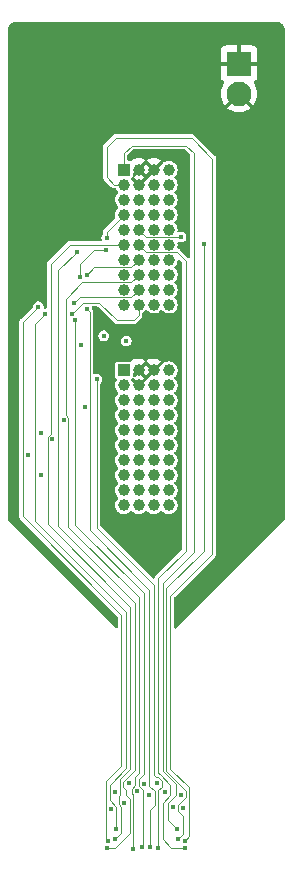
<source format=gbr>
%TF.GenerationSoftware,KiCad,Pcbnew,(6.0.0)*%
%TF.CreationDate,2022-08-13T16:18:09-04:00*%
%TF.ProjectId,eib-24-nanoz-adapter,6569622d-3234-42d6-9e61-6e6f7a2d6164,A*%
%TF.SameCoordinates,Original*%
%TF.FileFunction,Copper,L2,Inr*%
%TF.FilePolarity,Positive*%
%FSLAX46Y46*%
G04 Gerber Fmt 4.6, Leading zero omitted, Abs format (unit mm)*
G04 Created by KiCad (PCBNEW (6.0.0)) date 2022-08-13 16:18:09*
%MOMM*%
%LPD*%
G01*
G04 APERTURE LIST*
%TA.AperFunction,ComponentPad*%
%ADD10C,2.100000*%
%TD*%
%TA.AperFunction,ComponentPad*%
%ADD11R,2.100000X2.100000*%
%TD*%
%TA.AperFunction,ComponentPad*%
%ADD12R,0.990000X0.990000*%
%TD*%
%TA.AperFunction,ComponentPad*%
%ADD13C,0.990000*%
%TD*%
%TA.AperFunction,ViaPad*%
%ADD14C,0.400000*%
%TD*%
%TA.AperFunction,Conductor*%
%ADD15C,0.120000*%
%TD*%
%TA.AperFunction,Conductor*%
%ADD16C,0.090000*%
%TD*%
G04 APERTURE END LIST*
D10*
%TO.N,/REF*%
%TO.C,J1*%
X147850000Y-97870000D03*
D11*
X147850000Y-95330000D03*
%TD*%
D12*
%TO.N,/E13*%
%TO.C,J4*%
X138095000Y-121285000D03*
D13*
%TO.N,/E15*%
X138095000Y-122555000D03*
%TO.N,/E17*%
X138095000Y-123825000D03*
%TO.N,/E19*%
X138095000Y-125095000D03*
%TO.N,/E21*%
X138095000Y-126365000D03*
%TO.N,/E23*%
X138095000Y-127635000D03*
%TO.N,unconnected-(J4-PadA7)*%
X138095000Y-128905000D03*
%TO.N,unconnected-(J4-PadA8)*%
X138095000Y-130175000D03*
%TO.N,unconnected-(J4-PadA9)*%
X138095000Y-131445000D03*
%TO.N,unconnected-(J4-PadA10)*%
X138095000Y-132715000D03*
%TO.N,/REF*%
X139365000Y-121285000D03*
X139365000Y-122555000D03*
%TO.N,unconnected-(J4-PadB3)*%
X139365000Y-123825000D03*
%TO.N,unconnected-(J4-PadB4)*%
X139365000Y-125095000D03*
%TO.N,/E20*%
X139365000Y-126365000D03*
%TO.N,/E22*%
X139365000Y-127635000D03*
%TO.N,unconnected-(J4-PadB7)*%
X139365000Y-128905000D03*
%TO.N,unconnected-(J4-PadB8)*%
X139365000Y-130175000D03*
%TO.N,unconnected-(J4-PadB9)*%
X139365000Y-131445000D03*
%TO.N,unconnected-(J4-PadB10)*%
X139365000Y-132715000D03*
%TO.N,/REF*%
X140635000Y-121285000D03*
%TO.N,unconnected-(J4-PadC2)*%
X140635000Y-122555000D03*
%TO.N,unconnected-(J4-PadC3)*%
X140635000Y-123825000D03*
%TO.N,unconnected-(J4-PadC4)*%
X140635000Y-125095000D03*
%TO.N,unconnected-(J4-PadC5)*%
X140635000Y-126365000D03*
%TO.N,unconnected-(J4-PadC6)*%
X140635000Y-127635000D03*
%TO.N,unconnected-(J4-PadC7)*%
X140635000Y-128905000D03*
%TO.N,unconnected-(J4-PadC8)*%
X140635000Y-130175000D03*
%TO.N,unconnected-(J4-PadC9)*%
X140635000Y-131445000D03*
%TO.N,unconnected-(J4-PadC10)*%
X140635000Y-132715000D03*
%TO.N,unconnected-(J4-PadD1)*%
X141905000Y-121285000D03*
%TO.N,unconnected-(J4-PadD2)*%
X141905000Y-122555000D03*
%TO.N,unconnected-(J4-PadD3)*%
X141905000Y-123825000D03*
%TO.N,unconnected-(J4-PadD4)*%
X141905000Y-125095000D03*
%TO.N,unconnected-(J4-PadD5)*%
X141905000Y-126365000D03*
%TO.N,unconnected-(J4-PadD6)*%
X141905000Y-127635000D03*
%TO.N,unconnected-(J4-PadD7)*%
X141905000Y-128905000D03*
%TO.N,unconnected-(J4-PadD8)*%
X141905000Y-130175000D03*
%TO.N,unconnected-(J4-PadD9)*%
X141905000Y-131445000D03*
%TO.N,unconnected-(J4-PadD10)*%
X141905000Y-132715000D03*
%TD*%
%TO.N,unconnected-(J3-PadD10)*%
%TO.C,J3*%
X141905000Y-115715000D03*
%TO.N,unconnected-(J3-PadD9)*%
X141905000Y-114445000D03*
%TO.N,unconnected-(J3-PadD8)*%
X141905000Y-113175000D03*
%TO.N,unconnected-(J3-PadD7)*%
X141905000Y-111905000D03*
%TO.N,unconnected-(J3-PadD6)*%
X141905000Y-110635000D03*
%TO.N,unconnected-(J3-PadD5)*%
X141905000Y-109365000D03*
%TO.N,unconnected-(J3-PadD4)*%
X141905000Y-108095000D03*
%TO.N,unconnected-(J3-PadD3)*%
X141905000Y-106825000D03*
%TO.N,unconnected-(J3-PadD2)*%
X141905000Y-105555000D03*
%TO.N,unconnected-(J3-PadD1)*%
X141905000Y-104285000D03*
%TO.N,unconnected-(J3-PadC10)*%
X140635000Y-115715000D03*
%TO.N,unconnected-(J3-PadC9)*%
X140635000Y-114445000D03*
%TO.N,unconnected-(J3-PadC8)*%
X140635000Y-113175000D03*
%TO.N,unconnected-(J3-PadC7)*%
X140635000Y-111905000D03*
%TO.N,unconnected-(J3-PadC6)*%
X140635000Y-110635000D03*
%TO.N,unconnected-(J3-PadC5)*%
X140635000Y-109365000D03*
%TO.N,unconnected-(J3-PadC4)*%
X140635000Y-108095000D03*
%TO.N,unconnected-(J3-PadC3)*%
X140635000Y-106825000D03*
%TO.N,unconnected-(J3-PadC2)*%
X140635000Y-105555000D03*
%TO.N,/REF*%
X140635000Y-104285000D03*
%TO.N,/E11*%
X139365000Y-115715000D03*
%TO.N,/E9*%
X139365000Y-114445000D03*
%TO.N,/E7*%
X139365000Y-113175000D03*
%TO.N,/E5*%
X139365000Y-111905000D03*
%TO.N,/E3*%
X139365000Y-110635000D03*
%TO.N,/E1*%
X139365000Y-109365000D03*
%TO.N,unconnected-(J3-PadB4)*%
X139365000Y-108095000D03*
%TO.N,unconnected-(J3-PadB3)*%
X139365000Y-106825000D03*
%TO.N,/REF*%
X139365000Y-105555000D03*
X139365000Y-104285000D03*
%TO.N,/E18*%
X138095000Y-115715000D03*
%TO.N,/E16*%
X138095000Y-114445000D03*
%TO.N,/E14*%
X138095000Y-113175000D03*
%TO.N,/E12*%
X138095000Y-111905000D03*
%TO.N,/E10*%
X138095000Y-110635000D03*
%TO.N,/E8*%
X138095000Y-109365000D03*
%TO.N,/E6*%
X138095000Y-108095000D03*
%TO.N,/E4*%
X138095000Y-106825000D03*
%TO.N,/E2*%
X138095000Y-105555000D03*
D12*
%TO.N,/E0*%
X138095000Y-104285000D03*
%TD*%
D14*
%TO.N,/E4*%
X135800000Y-122050000D03*
%TO.N,/E17*%
X134800000Y-124400000D03*
%TO.N,/E19*%
X133000000Y-125450000D03*
%TO.N,/E22*%
X131100000Y-130150000D03*
%TO.N,/E20*%
X132050000Y-127100000D03*
%TO.N,/E21*%
X131050000Y-126550000D03*
%TO.N,/E23*%
X130000000Y-128450000D03*
%TO.N,/E11*%
X131450000Y-116500000D03*
X133700000Y-116500000D03*
%TO.N,/E9*%
X130850000Y-115900000D03*
X133850000Y-115600000D03*
%TO.N,/E6*%
X134000000Y-117000000D03*
X134350000Y-113400000D03*
X136600000Y-111100000D03*
X136650000Y-110050000D03*
%TO.N,/E18*%
X134450000Y-119150000D03*
X136400000Y-118350000D03*
%TO.N,/E5*%
X134950000Y-116100000D03*
X134950000Y-113200000D03*
%TO.N,/E8*%
X134100000Y-111250000D03*
%TO.N,/E1*%
X144850000Y-110550000D03*
X142950000Y-110000000D03*
%TO.N,/E13*%
X138300000Y-118800000D03*
%TO.N,/E21*%
X137350000Y-156950000D03*
%TO.N,/E16*%
X140900000Y-156200000D03*
%TO.N,/E12*%
X143150000Y-158350000D03*
%TO.N,/E13*%
X142250000Y-158250000D03*
%TO.N,/E14*%
X142950000Y-157250000D03*
%TO.N,/E15*%
X141600000Y-157000000D03*
%TO.N,/E17*%
X140250000Y-157250000D03*
%TO.N,/E18*%
X139800000Y-156300000D03*
%TO.N,/E19*%
X139200000Y-156900000D03*
%TO.N,/E20*%
X138500000Y-156250000D03*
%TO.N,/E22*%
X138150000Y-157900000D03*
%TO.N,/E23*%
X137050000Y-158400000D03*
%TO.N,/E5*%
X140300000Y-161600000D03*
%TO.N,/E3*%
X143300000Y-161700000D03*
%TO.N,/E6*%
X139600000Y-161600000D03*
%TO.N,/E8*%
X136700000Y-161700000D03*
%TO.N,/E9*%
X136800000Y-161100000D03*
%TO.N,/E4*%
X141000000Y-161700000D03*
%TO.N,/E2*%
X143300000Y-161100000D03*
%TO.N,/E1*%
X142700000Y-161000000D03*
%TO.N,/E0*%
X142590774Y-160117244D03*
%TO.N,/E7*%
X138900000Y-161800000D03*
%TO.N,/E10*%
X137370000Y-161000000D03*
%TO.N,/E11*%
X137435748Y-160118888D03*
%TD*%
D15*
%TO.N,/E11*%
X138300000Y-141750000D02*
X138300000Y-154950000D01*
X130600000Y-134050000D02*
X138300000Y-141750000D01*
X130600000Y-117350000D02*
X130600000Y-134050000D01*
X131450000Y-116500000D02*
X130600000Y-117350000D01*
%TO.N,/E9*%
X129550000Y-117200000D02*
X130850000Y-115900000D01*
X129550000Y-133650000D02*
X129550000Y-117200000D01*
X137900000Y-142000000D02*
X129550000Y-133650000D01*
X137900000Y-154750000D02*
X137900000Y-142000000D01*
%TO.N,/E4*%
X135800000Y-134600000D02*
X135800000Y-122050000D01*
X140650000Y-139450000D02*
X135800000Y-134600000D01*
X140650000Y-155550000D02*
X140650000Y-139450000D01*
%TO.N,/E5*%
X135209501Y-116359501D02*
X134950000Y-116100000D01*
X135209501Y-134809501D02*
X135209501Y-116359501D01*
X140250000Y-139850000D02*
X135209501Y-134809501D01*
X140250000Y-155750000D02*
X140250000Y-139850000D01*
%TO.N,/E7*%
X133409501Y-134509501D02*
X139400000Y-140500000D01*
X133409501Y-125280378D02*
X133409501Y-134509501D01*
X133190499Y-125061376D02*
X133409501Y-125280378D01*
X139400000Y-140500000D02*
X139400000Y-155350000D01*
X133190499Y-115209501D02*
X133190499Y-125061376D01*
X139400000Y-155350000D02*
X139049999Y-155700001D01*
X137510479Y-113810479D02*
X134589521Y-113810479D01*
X134589521Y-113810479D02*
X133190499Y-115209501D01*
%TO.N,/E10*%
X133565000Y-110635000D02*
X138095000Y-110635000D01*
X131900000Y-112300000D02*
X133565000Y-110635000D01*
X131640499Y-126930378D02*
X131900000Y-126670877D01*
X131900000Y-126670877D02*
X131900000Y-112300000D01*
X138650000Y-141300000D02*
X131640499Y-134290499D01*
X131640499Y-134290499D02*
X131640499Y-126930378D01*
X138650000Y-155050000D02*
X138650000Y-141300000D01*
%TO.N,/E11*%
X134650000Y-115550000D02*
X133700000Y-116500000D01*
X136000000Y-115550000D02*
X134650000Y-115550000D01*
X137500000Y-117050000D02*
X136000000Y-115550000D01*
X139365000Y-116635000D02*
X138950000Y-117050000D01*
X138950000Y-117050000D02*
X137500000Y-117050000D01*
X139365000Y-115715000D02*
X139365000Y-116635000D01*
%TO.N,/E6*%
X134000000Y-134350000D02*
X134000000Y-117000000D01*
X139800000Y-140150000D02*
X134000000Y-134350000D01*
X139800000Y-155450000D02*
X139800000Y-140150000D01*
X136600000Y-111100000D02*
X135550000Y-111100000D01*
X134350000Y-112300000D02*
X134350000Y-113400000D01*
X135550000Y-111100000D02*
X134350000Y-112300000D01*
%TO.N,/E8*%
X132550000Y-112800000D02*
X134100000Y-111250000D01*
X139050000Y-140950000D02*
X132550000Y-134450000D01*
X132550000Y-134450000D02*
X132550000Y-112800000D01*
X139050000Y-155100000D02*
X139050000Y-140950000D01*
%TO.N,/E9*%
X134350000Y-115100000D02*
X133850000Y-115600000D01*
X137600000Y-115100000D02*
X134350000Y-115100000D01*
%TO.N,/E6*%
X136650000Y-109540000D02*
X136650000Y-110050000D01*
X138095000Y-108095000D02*
X136650000Y-109540000D01*
%TO.N,/E5*%
X137050000Y-112550000D02*
X135600000Y-112550000D01*
X135600000Y-112550000D02*
X134950000Y-113200000D01*
D16*
%TO.N,/E7*%
X138729521Y-113810479D02*
X137510479Y-113810479D01*
%TO.N,/E5*%
X137059521Y-112540479D02*
X137050000Y-112550000D01*
X138729521Y-112540479D02*
X137059521Y-112540479D01*
X139365000Y-111905000D02*
X138729521Y-112540479D01*
%TO.N,/E9*%
X137620479Y-115079521D02*
X137600000Y-115100000D01*
X139365000Y-114445000D02*
X138730479Y-115079521D01*
X138730479Y-115079521D02*
X137620479Y-115079521D01*
%TO.N,/E7*%
X139365000Y-113175000D02*
X138729521Y-113810479D01*
D15*
%TO.N,/E2*%
X137255000Y-105555000D02*
X138095000Y-105555000D01*
X136650000Y-104950000D02*
X137255000Y-105555000D01*
X137400000Y-101600000D02*
X136650000Y-102350000D01*
X145600000Y-103350000D02*
X143850000Y-101600000D01*
X143850000Y-101600000D02*
X137400000Y-101600000D01*
X136650000Y-102350000D02*
X136650000Y-104950000D01*
X142050000Y-140400000D02*
X145600000Y-136850000D01*
X142050000Y-155000000D02*
X142050000Y-140400000D01*
X145600000Y-136850000D02*
X145600000Y-103350000D01*
%TO.N,/E0*%
X138095000Y-102905000D02*
X138095000Y-104285000D01*
X143350000Y-102250000D02*
X138750000Y-102250000D01*
X138750000Y-102250000D02*
X138095000Y-102905000D01*
X144000000Y-136700000D02*
X144000000Y-102900000D01*
X141400000Y-139300000D02*
X144000000Y-136700000D01*
X141400000Y-155200000D02*
X141400000Y-139300000D01*
X144000000Y-102900000D02*
X143350000Y-102250000D01*
D16*
%TO.N,/E1*%
X140000000Y-110000000D02*
X142950000Y-110000000D01*
X139365000Y-109365000D02*
X140000000Y-110000000D01*
D15*
X144850000Y-136600000D02*
X144850000Y-110550000D01*
X141700000Y-139750000D02*
X144850000Y-136600000D01*
X141700000Y-155200000D02*
X141700000Y-139750000D01*
%TO.N,/E3*%
X143350000Y-112000000D02*
X142619521Y-111269521D01*
X142619521Y-111269521D02*
X142580479Y-111269521D01*
D16*
X139999521Y-111269521D02*
X142580479Y-111269521D01*
X139365000Y-110635000D02*
X139999521Y-111269521D01*
D15*
X143350000Y-136550000D02*
X143350000Y-112000000D01*
X141000000Y-138900000D02*
X143350000Y-136550000D01*
D16*
%TO.N,/E10*%
X137650000Y-157350000D02*
X137650000Y-158000000D01*
X137650000Y-158000000D02*
X137900000Y-158250000D01*
X137900000Y-158250000D02*
X137900000Y-160450000D01*
X137900000Y-160450000D02*
X137370000Y-160980000D01*
X137800000Y-157200000D02*
X137650000Y-157350000D01*
X137370000Y-160980000D02*
X137370000Y-161000000D01*
X138650000Y-155050000D02*
X137800000Y-155900000D01*
X137800000Y-155900000D02*
X137800000Y-157200000D01*
D15*
%TO.N,/E3*%
X141000000Y-155350000D02*
X141000000Y-138900000D01*
X141129511Y-155479511D02*
X141000000Y-155350000D01*
D16*
%TO.N,/E4*%
X140825000Y-155725000D02*
X140650000Y-155550000D01*
X141025000Y-155725000D02*
X140825000Y-155725000D01*
X141320489Y-156020489D02*
X141025000Y-155725000D01*
%TO.N,/E8*%
X138025000Y-156125000D02*
X139050000Y-155100000D01*
X138300000Y-156850000D02*
X138025000Y-156575000D01*
X138625000Y-157575000D02*
X138300000Y-157250000D01*
X138025000Y-156575000D02*
X138025000Y-156125000D01*
X137350000Y-161700000D02*
X138625000Y-160425000D01*
X138625000Y-160425000D02*
X138625000Y-157575000D01*
X136700000Y-161700000D02*
X137350000Y-161700000D01*
X138300000Y-157250000D02*
X138300000Y-156850000D01*
%TO.N,/E7*%
X139050000Y-156400000D02*
X139049999Y-155700001D01*
X138750000Y-156700000D02*
X139050000Y-156400000D01*
X138750000Y-157100000D02*
X138750000Y-156700000D01*
X138900000Y-157250000D02*
X138750000Y-157100000D01*
X138900000Y-161800000D02*
X138900000Y-157250000D01*
%TO.N,/E6*%
X139750000Y-156850000D02*
X139350000Y-156450000D01*
X139350000Y-156450000D02*
X139350000Y-155900000D01*
X139350000Y-155900000D02*
X139800000Y-155450000D01*
X139750000Y-161450000D02*
X139750000Y-156850000D01*
X139600000Y-161600000D02*
X139750000Y-161450000D01*
%TO.N,/E3*%
X142050000Y-156400000D02*
X141129511Y-155479511D01*
X141400000Y-157900000D02*
X142050000Y-157250000D01*
X141400000Y-161000000D02*
X141400000Y-157900000D01*
X142100000Y-161700000D02*
X141400000Y-161000000D01*
X143300000Y-161700000D02*
X142100000Y-161700000D01*
X142050000Y-157250000D02*
X142050000Y-156400000D01*
%TO.N,/E4*%
X141320489Y-156529511D02*
X141000000Y-156850000D01*
X141320489Y-156020489D02*
X141320489Y-156529511D01*
X141000000Y-161700000D02*
X141000000Y-156850000D01*
%TO.N,/E2*%
X142050000Y-155000000D02*
X143650000Y-156600000D01*
%TO.N,/E1*%
X141700000Y-155200000D02*
X143400000Y-156900000D01*
%TO.N,/E0*%
X141400000Y-155200000D02*
X142500000Y-156300000D01*
%TO.N,/E5*%
X140250000Y-156450000D02*
X140250000Y-155750000D01*
%TO.N,/E9*%
X136600000Y-160900000D02*
X136600000Y-156050000D01*
X136600000Y-156050000D02*
X137900000Y-154750000D01*
%TO.N,/E11*%
X136900000Y-157650000D02*
X136900000Y-156350000D01*
X136900000Y-156350000D02*
X138300000Y-154950000D01*
%TO.N,/E2*%
X143650000Y-160750000D02*
X143650000Y-156600000D01*
%TO.N,/E0*%
X142500000Y-157000000D02*
X142500000Y-156300000D01*
X142501933Y-157001933D02*
X142500000Y-157000000D01*
%TO.N,/E11*%
X137470489Y-160084147D02*
X137470489Y-158220489D01*
X137435748Y-160118888D02*
X137470489Y-160084147D01*
X137470489Y-158220489D02*
X136900000Y-157650000D01*
%TO.N,/E5*%
X140700000Y-156900000D02*
X140250000Y-156450000D01*
X140700000Y-158100000D02*
X140700000Y-156900000D01*
X140300000Y-158500000D02*
X140700000Y-158100000D01*
X140300000Y-161600000D02*
X140300000Y-158500000D01*
%TO.N,/E1*%
X143400000Y-157350000D02*
X143400000Y-156900000D01*
X143350000Y-157400000D02*
X143400000Y-157350000D01*
X143344501Y-157405499D02*
X143350000Y-157400000D01*
X143344501Y-157413409D02*
X143344501Y-157405499D01*
%TO.N,/E0*%
X142501933Y-157248067D02*
X142501933Y-157001933D01*
X141855499Y-157894501D02*
X142501933Y-157248067D01*
X141855499Y-159381969D02*
X141855499Y-157894501D01*
X142590774Y-160117244D02*
X141855499Y-159381969D01*
%TO.N,/E9*%
X136800000Y-161100000D02*
X136600000Y-160900000D01*
%TO.N,/E1*%
X142700000Y-158057910D02*
X143344501Y-157413409D01*
X143150000Y-160550000D02*
X143150000Y-159050000D01*
X142700000Y-161000000D02*
X143150000Y-160550000D01*
X143150000Y-159050000D02*
X142700000Y-158600000D01*
X142700000Y-158600000D02*
X142700000Y-158057910D01*
%TO.N,/E2*%
X143300000Y-161100000D02*
X143650000Y-160750000D01*
%TD*%
%TA.AperFunction,Conductor*%
%TO.N,/REF*%
G36*
X150984938Y-91751902D02*
G01*
X151000000Y-91754898D01*
X151009562Y-91752996D01*
X151019315Y-91752996D01*
X151019315Y-91753639D01*
X151031086Y-91753062D01*
X151106345Y-91760474D01*
X151136614Y-91763455D01*
X151155646Y-91767241D01*
X151277683Y-91804260D01*
X151295609Y-91811685D01*
X151408080Y-91871802D01*
X151424214Y-91882583D01*
X151522796Y-91963487D01*
X151536513Y-91977204D01*
X151617416Y-92075784D01*
X151628197Y-92091918D01*
X151639217Y-92112534D01*
X151688314Y-92204388D01*
X151695740Y-92222317D01*
X151720474Y-92303852D01*
X151732759Y-92344352D01*
X151736545Y-92363387D01*
X151746938Y-92468914D01*
X151746361Y-92480685D01*
X151747004Y-92480685D01*
X151747004Y-92490438D01*
X151745102Y-92500000D01*
X151747004Y-92509562D01*
X151748098Y-92515062D01*
X151750000Y-92534376D01*
X151750000Y-133855438D01*
X151731093Y-133913629D01*
X151721004Y-133925442D01*
X142529504Y-143116943D01*
X142474987Y-143144720D01*
X142414555Y-143135149D01*
X142371290Y-143091884D01*
X142360500Y-143046939D01*
X142360500Y-140569621D01*
X142379407Y-140511430D01*
X142389496Y-140499617D01*
X145780367Y-137108746D01*
X145783732Y-137105842D01*
X145788334Y-137103592D01*
X145823116Y-137066097D01*
X145825692Y-137063421D01*
X145839975Y-137049138D01*
X145842556Y-137045377D01*
X145842700Y-137045203D01*
X145846253Y-137041156D01*
X145867000Y-137018790D01*
X145871546Y-137007397D01*
X145881857Y-136988086D01*
X145883620Y-136985515D01*
X145883620Y-136985514D01*
X145888792Y-136977975D01*
X145895203Y-136950962D01*
X145899575Y-136937139D01*
X145907273Y-136917844D01*
X145907273Y-136917843D01*
X145909862Y-136911354D01*
X145910500Y-136904847D01*
X145910500Y-136898092D01*
X145913175Y-136875232D01*
X145913391Y-136874324D01*
X145913391Y-136874322D01*
X145915501Y-136865431D01*
X145911404Y-136835328D01*
X145910500Y-136821977D01*
X145910500Y-103405428D01*
X145910826Y-103400988D01*
X145912489Y-103396145D01*
X145910570Y-103345023D01*
X145910500Y-103341309D01*
X145910500Y-103321124D01*
X145909664Y-103316633D01*
X145909642Y-103316400D01*
X145909293Y-103311009D01*
X145908493Y-103289692D01*
X145908150Y-103280555D01*
X145903310Y-103269289D01*
X145896943Y-103248334D01*
X145896372Y-103245270D01*
X145894699Y-103236285D01*
X145880135Y-103212657D01*
X145873451Y-103199790D01*
X145865249Y-103180700D01*
X145862490Y-103174278D01*
X145858340Y-103169226D01*
X145853559Y-103164445D01*
X145839289Y-103146391D01*
X145834004Y-103137818D01*
X145826731Y-103132288D01*
X145826727Y-103132283D01*
X145809825Y-103119431D01*
X145799745Y-103110631D01*
X144108746Y-101419633D01*
X144105842Y-101416268D01*
X144103592Y-101411666D01*
X144066097Y-101376884D01*
X144063421Y-101374308D01*
X144049138Y-101360025D01*
X144045377Y-101357444D01*
X144045203Y-101357300D01*
X144041156Y-101353747D01*
X144018790Y-101333000D01*
X144010300Y-101329613D01*
X144010299Y-101329612D01*
X144007397Y-101328454D01*
X143988086Y-101318143D01*
X143985515Y-101316380D01*
X143985514Y-101316380D01*
X143977975Y-101311208D01*
X143950962Y-101304797D01*
X143937139Y-101300425D01*
X143917844Y-101292727D01*
X143917843Y-101292727D01*
X143911354Y-101290138D01*
X143904847Y-101289500D01*
X143898091Y-101289500D01*
X143875231Y-101286825D01*
X143874323Y-101286609D01*
X143874321Y-101286609D01*
X143865430Y-101284499D01*
X143836488Y-101288438D01*
X143835327Y-101288596D01*
X143821976Y-101289500D01*
X137455427Y-101289500D01*
X137450987Y-101289174D01*
X137446144Y-101287511D01*
X137395023Y-101289430D01*
X137391309Y-101289500D01*
X137371124Y-101289500D01*
X137366633Y-101290336D01*
X137366400Y-101290358D01*
X137361013Y-101290707D01*
X137352474Y-101291027D01*
X137339689Y-101291507D01*
X137339688Y-101291507D01*
X137330555Y-101291850D01*
X137319284Y-101296692D01*
X137298337Y-101303056D01*
X137297994Y-101303120D01*
X137286285Y-101305301D01*
X137278508Y-101310095D01*
X137278507Y-101310095D01*
X137262653Y-101319867D01*
X137249791Y-101326548D01*
X137230699Y-101334752D01*
X137224278Y-101337511D01*
X137219226Y-101341661D01*
X137214446Y-101346441D01*
X137196395Y-101360709D01*
X137187818Y-101365996D01*
X137182288Y-101373268D01*
X137182285Y-101373271D01*
X137169428Y-101390179D01*
X137160628Y-101400259D01*
X136469633Y-102091254D01*
X136466268Y-102094158D01*
X136461666Y-102096408D01*
X136426999Y-102133779D01*
X136426884Y-102133903D01*
X136424308Y-102136579D01*
X136410025Y-102150862D01*
X136407444Y-102154623D01*
X136407300Y-102154797D01*
X136403747Y-102158844D01*
X136383000Y-102181210D01*
X136379613Y-102189700D01*
X136379612Y-102189701D01*
X136378454Y-102192603D01*
X136368143Y-102211914D01*
X136366380Y-102214485D01*
X136361208Y-102222025D01*
X136359098Y-102230918D01*
X136354798Y-102249036D01*
X136350425Y-102262861D01*
X136340138Y-102288646D01*
X136339500Y-102295153D01*
X136339500Y-102301909D01*
X136336825Y-102324769D01*
X136334499Y-102334570D01*
X136335732Y-102343626D01*
X136338596Y-102364673D01*
X136339500Y-102378024D01*
X136339500Y-104894573D01*
X136339174Y-104899013D01*
X136337511Y-104903856D01*
X136337854Y-104912990D01*
X136339430Y-104954977D01*
X136339500Y-104958691D01*
X136339500Y-104978876D01*
X136340336Y-104983367D01*
X136340358Y-104983600D01*
X136340707Y-104988987D01*
X136341850Y-105019445D01*
X136346692Y-105030716D01*
X136353056Y-105051663D01*
X136355301Y-105063715D01*
X136360095Y-105071492D01*
X136360095Y-105071493D01*
X136369867Y-105087347D01*
X136376548Y-105100209D01*
X136384752Y-105119301D01*
X136387511Y-105125722D01*
X136391661Y-105130774D01*
X136396441Y-105135554D01*
X136410709Y-105153605D01*
X136415996Y-105162182D01*
X136423268Y-105167712D01*
X136423271Y-105167715D01*
X136440179Y-105180572D01*
X136450259Y-105189372D01*
X136996254Y-105735367D01*
X136999158Y-105738732D01*
X137001408Y-105743334D01*
X137038779Y-105778001D01*
X137038903Y-105778116D01*
X137041579Y-105780692D01*
X137055862Y-105794975D01*
X137059623Y-105797556D01*
X137059797Y-105797700D01*
X137063844Y-105801253D01*
X137086210Y-105822000D01*
X137094700Y-105825387D01*
X137094701Y-105825388D01*
X137097603Y-105826546D01*
X137116914Y-105836857D01*
X137119485Y-105838620D01*
X137127025Y-105843792D01*
X137154038Y-105850203D01*
X137167861Y-105854575D01*
X137187156Y-105862273D01*
X137187157Y-105862273D01*
X137193646Y-105864862D01*
X137200153Y-105865500D01*
X137206908Y-105865500D01*
X137229768Y-105868175D01*
X137230676Y-105868391D01*
X137230678Y-105868391D01*
X137239569Y-105870501D01*
X137269672Y-105866404D01*
X137283023Y-105865500D01*
X137355655Y-105865500D01*
X137413846Y-105884407D01*
X137440336Y-105913215D01*
X137497744Y-106008008D01*
X137497747Y-106008012D01*
X137500611Y-106012741D01*
X137504454Y-106016721D01*
X137504459Y-106016727D01*
X137606450Y-106122341D01*
X137633273Y-106177334D01*
X137622648Y-106237589D01*
X137604504Y-106261844D01*
X137513623Y-106350841D01*
X137423022Y-106491427D01*
X137365818Y-106648592D01*
X137344856Y-106814525D01*
X137347937Y-106845947D01*
X137360637Y-106975477D01*
X137360638Y-106975482D01*
X137361177Y-106980979D01*
X137413970Y-107139680D01*
X137416835Y-107144411D01*
X137416837Y-107144415D01*
X137497744Y-107278008D01*
X137497747Y-107278012D01*
X137500611Y-107282741D01*
X137504454Y-107286721D01*
X137504459Y-107286727D01*
X137606450Y-107392341D01*
X137633273Y-107447334D01*
X137622648Y-107507589D01*
X137604504Y-107531844D01*
X137513623Y-107620841D01*
X137423022Y-107761427D01*
X137365818Y-107918592D01*
X137344856Y-108084525D01*
X137347937Y-108115947D01*
X137360637Y-108245477D01*
X137360638Y-108245482D01*
X137361177Y-108250979D01*
X137376507Y-108297061D01*
X137376934Y-108358245D01*
X137352572Y-108398315D01*
X136469633Y-109281254D01*
X136466268Y-109284158D01*
X136461666Y-109286408D01*
X136426999Y-109323779D01*
X136426884Y-109323903D01*
X136424308Y-109326579D01*
X136410025Y-109340862D01*
X136407444Y-109344623D01*
X136407300Y-109344797D01*
X136403747Y-109348844D01*
X136383000Y-109371210D01*
X136379613Y-109379700D01*
X136379612Y-109379701D01*
X136378454Y-109382603D01*
X136368143Y-109401914D01*
X136366380Y-109404485D01*
X136361208Y-109412025D01*
X136359098Y-109420918D01*
X136354798Y-109439036D01*
X136350425Y-109452861D01*
X136340138Y-109478646D01*
X136339500Y-109485153D01*
X136339500Y-109491909D01*
X136336825Y-109514769D01*
X136334499Y-109524570D01*
X136337936Y-109549823D01*
X136338596Y-109554673D01*
X136339500Y-109568024D01*
X136339500Y-109683512D01*
X136320593Y-109741703D01*
X136314704Y-109749047D01*
X136269596Y-109800122D01*
X136214754Y-109916932D01*
X136194901Y-110044440D01*
X136195816Y-110051437D01*
X136195816Y-110051438D01*
X136197082Y-110061120D01*
X136211633Y-110172394D01*
X136214472Y-110178846D01*
X136214473Y-110178850D01*
X136217456Y-110185629D01*
X136223586Y-110246506D01*
X136192762Y-110299360D01*
X136136758Y-110324002D01*
X136126840Y-110324500D01*
X133620428Y-110324500D01*
X133615988Y-110324174D01*
X133611145Y-110322511D01*
X133560023Y-110324430D01*
X133556309Y-110324500D01*
X133536124Y-110324500D01*
X133531633Y-110325336D01*
X133531400Y-110325358D01*
X133526013Y-110325707D01*
X133517474Y-110326027D01*
X133504689Y-110326507D01*
X133504688Y-110326507D01*
X133495555Y-110326850D01*
X133484284Y-110331692D01*
X133463337Y-110338056D01*
X133462775Y-110338161D01*
X133451285Y-110340301D01*
X133427646Y-110354872D01*
X133414793Y-110361549D01*
X133389279Y-110372510D01*
X133384226Y-110376660D01*
X133379445Y-110381441D01*
X133361391Y-110395711D01*
X133352818Y-110400996D01*
X133347288Y-110408269D01*
X133347283Y-110408273D01*
X133334431Y-110425175D01*
X133325631Y-110435255D01*
X131719633Y-112041254D01*
X131716268Y-112044158D01*
X131711666Y-112046408D01*
X131693285Y-112066223D01*
X131676884Y-112083903D01*
X131674308Y-112086579D01*
X131660025Y-112100862D01*
X131657444Y-112104623D01*
X131657300Y-112104797D01*
X131653747Y-112108844D01*
X131633000Y-112131210D01*
X131629613Y-112139700D01*
X131629612Y-112139701D01*
X131628454Y-112142603D01*
X131618143Y-112161914D01*
X131616380Y-112164485D01*
X131611208Y-112172025D01*
X131609098Y-112180918D01*
X131604798Y-112199036D01*
X131600425Y-112212861D01*
X131595318Y-112225663D01*
X131590138Y-112238646D01*
X131589500Y-112245153D01*
X131589500Y-112251909D01*
X131586825Y-112274769D01*
X131584499Y-112284570D01*
X131588057Y-112310714D01*
X131588596Y-112314673D01*
X131589500Y-112328024D01*
X131589500Y-115950701D01*
X131570593Y-116008892D01*
X131521093Y-116044856D01*
X131489896Y-116049699D01*
X131398219Y-116049139D01*
X131340145Y-116029877D01*
X131304484Y-115980158D01*
X131301196Y-115933718D01*
X131304362Y-115914896D01*
X131304362Y-115914893D01*
X131304997Y-115911120D01*
X131305051Y-115906746D01*
X131305086Y-115903825D01*
X131305133Y-115900000D01*
X131286839Y-115772259D01*
X131233428Y-115654788D01*
X131180395Y-115593240D01*
X131153798Y-115562372D01*
X131153797Y-115562371D01*
X131149193Y-115557028D01*
X131143276Y-115553193D01*
X131143274Y-115553191D01*
X131046824Y-115490677D01*
X131040906Y-115486841D01*
X131034150Y-115484821D01*
X131034149Y-115484820D01*
X130966388Y-115464555D01*
X130917273Y-115449866D01*
X130840644Y-115449398D01*
X130795282Y-115449121D01*
X130788231Y-115449078D01*
X130781454Y-115451015D01*
X130781453Y-115451015D01*
X130670935Y-115482601D01*
X130670933Y-115482602D01*
X130664155Y-115484539D01*
X130555019Y-115553399D01*
X130469596Y-115650122D01*
X130414754Y-115766932D01*
X130396372Y-115884996D01*
X130395899Y-115888032D01*
X130368082Y-115942805D01*
X129369633Y-116941254D01*
X129366268Y-116944158D01*
X129361666Y-116946408D01*
X129338524Y-116971355D01*
X129326884Y-116983903D01*
X129324308Y-116986579D01*
X129310025Y-117000862D01*
X129307444Y-117004623D01*
X129307300Y-117004797D01*
X129303747Y-117008844D01*
X129283000Y-117031210D01*
X129279613Y-117039700D01*
X129279612Y-117039701D01*
X129278454Y-117042603D01*
X129268143Y-117061914D01*
X129266380Y-117064485D01*
X129261208Y-117072025D01*
X129259098Y-117080918D01*
X129254798Y-117099036D01*
X129250425Y-117112861D01*
X129243022Y-117131418D01*
X129240138Y-117138646D01*
X129239500Y-117145153D01*
X129239500Y-117151909D01*
X129236825Y-117174769D01*
X129234499Y-117184570D01*
X129235732Y-117193626D01*
X129238596Y-117214673D01*
X129239500Y-117228024D01*
X129239500Y-133594573D01*
X129239174Y-133599013D01*
X129237511Y-133603856D01*
X129237854Y-133612990D01*
X129239430Y-133654977D01*
X129239500Y-133658691D01*
X129239500Y-133678876D01*
X129240336Y-133683367D01*
X129240358Y-133683600D01*
X129240707Y-133688987D01*
X129241850Y-133719445D01*
X129246692Y-133730716D01*
X129253056Y-133751663D01*
X129255301Y-133763715D01*
X129260095Y-133771492D01*
X129260095Y-133771493D01*
X129269867Y-133787347D01*
X129276548Y-133800209D01*
X129284752Y-133819301D01*
X129287511Y-133825722D01*
X129291661Y-133830774D01*
X129296441Y-133835554D01*
X129310709Y-133853605D01*
X129315996Y-133862182D01*
X129323268Y-133867712D01*
X129323271Y-133867715D01*
X129340179Y-133880572D01*
X129350259Y-133889372D01*
X137560504Y-142099617D01*
X137588281Y-142154134D01*
X137589500Y-142169621D01*
X137589500Y-142996939D01*
X137570593Y-143055130D01*
X137521093Y-143091094D01*
X137459907Y-143091094D01*
X137420496Y-143066943D01*
X128278996Y-133925443D01*
X128251219Y-133870926D01*
X128250000Y-133855439D01*
X128250000Y-99067920D01*
X146870041Y-99067920D01*
X146870539Y-99071064D01*
X146872424Y-99073456D01*
X146933156Y-99125326D01*
X146939436Y-99129888D01*
X147140820Y-99253297D01*
X147147732Y-99256819D01*
X147365952Y-99347209D01*
X147373320Y-99349603D01*
X147603004Y-99404745D01*
X147610647Y-99405956D01*
X147846125Y-99424488D01*
X147853875Y-99424488D01*
X148089353Y-99405956D01*
X148096996Y-99404745D01*
X148326680Y-99349603D01*
X148334048Y-99347209D01*
X148552268Y-99256819D01*
X148559180Y-99253297D01*
X148760564Y-99129888D01*
X148766844Y-99125326D01*
X148823067Y-99077307D01*
X148830037Y-99065934D01*
X148829787Y-99062757D01*
X148828099Y-99060231D01*
X147861086Y-98093218D01*
X147849203Y-98087164D01*
X147844172Y-98087960D01*
X146876095Y-99056037D01*
X146870041Y-99067920D01*
X128250000Y-99067920D01*
X128250000Y-97873875D01*
X146295512Y-97873875D01*
X146314044Y-98109353D01*
X146315255Y-98116996D01*
X146370397Y-98346680D01*
X146372791Y-98354048D01*
X146463181Y-98572268D01*
X146466703Y-98579180D01*
X146590112Y-98780564D01*
X146594674Y-98786844D01*
X146642693Y-98843067D01*
X146654066Y-98850037D01*
X146657243Y-98849787D01*
X146659769Y-98848099D01*
X147779996Y-97727872D01*
X147834513Y-97700095D01*
X147894945Y-97709666D01*
X147920004Y-97727872D01*
X149036037Y-98843905D01*
X149047920Y-98849959D01*
X149051064Y-98849461D01*
X149053456Y-98847576D01*
X149105326Y-98786844D01*
X149109888Y-98780564D01*
X149233297Y-98579180D01*
X149236819Y-98572268D01*
X149327209Y-98354048D01*
X149329603Y-98346680D01*
X149384745Y-98116996D01*
X149385956Y-98109353D01*
X149404488Y-97873875D01*
X149404488Y-97866125D01*
X149385956Y-97630647D01*
X149384745Y-97623004D01*
X149329603Y-97393320D01*
X149327209Y-97385952D01*
X149236819Y-97167732D01*
X149233300Y-97160826D01*
X149109331Y-96958528D01*
X149095047Y-96899033D01*
X149118462Y-96842505D01*
X149146199Y-96819963D01*
X149148221Y-96818856D01*
X149251545Y-96741419D01*
X149261419Y-96731545D01*
X149338857Y-96628219D01*
X149345557Y-96615982D01*
X149391178Y-96494287D01*
X149394029Y-96482298D01*
X149399711Y-96429991D01*
X149400000Y-96424657D01*
X149400000Y-95495680D01*
X149395878Y-95482995D01*
X149391757Y-95480000D01*
X146315680Y-95480000D01*
X146302995Y-95484122D01*
X146300000Y-95488243D01*
X146300000Y-96424657D01*
X146300289Y-96429991D01*
X146305971Y-96482298D01*
X146308822Y-96494287D01*
X146354443Y-96615982D01*
X146361143Y-96628219D01*
X146438581Y-96731545D01*
X146448455Y-96741419D01*
X146551779Y-96818856D01*
X146553801Y-96819963D01*
X146555111Y-96821353D01*
X146557419Y-96823083D01*
X146557119Y-96823484D01*
X146595762Y-96864492D01*
X146603537Y-96925182D01*
X146590669Y-96958528D01*
X146466700Y-97160826D01*
X146463181Y-97167732D01*
X146372791Y-97385952D01*
X146370397Y-97393320D01*
X146315255Y-97623004D01*
X146314044Y-97630647D01*
X146295512Y-97866125D01*
X146295512Y-97873875D01*
X128250000Y-97873875D01*
X128250000Y-95164320D01*
X146300000Y-95164320D01*
X146304122Y-95177005D01*
X146308243Y-95180000D01*
X147684320Y-95180000D01*
X147697005Y-95175878D01*
X147700000Y-95171757D01*
X147700000Y-95164320D01*
X148000000Y-95164320D01*
X148004122Y-95177005D01*
X148008243Y-95180000D01*
X149384320Y-95180000D01*
X149397005Y-95175878D01*
X149400000Y-95171757D01*
X149400000Y-94235343D01*
X149399711Y-94230009D01*
X149394029Y-94177702D01*
X149391178Y-94165713D01*
X149345557Y-94044018D01*
X149338857Y-94031781D01*
X149261419Y-93928455D01*
X149251545Y-93918581D01*
X149148219Y-93841143D01*
X149135982Y-93834443D01*
X149014287Y-93788822D01*
X149002298Y-93785971D01*
X148949991Y-93780289D01*
X148944657Y-93780000D01*
X148015680Y-93780000D01*
X148002995Y-93784122D01*
X148000000Y-93788243D01*
X148000000Y-95164320D01*
X147700000Y-95164320D01*
X147700000Y-93795680D01*
X147695878Y-93782995D01*
X147691757Y-93780000D01*
X146755343Y-93780000D01*
X146750009Y-93780289D01*
X146697702Y-93785971D01*
X146685713Y-93788822D01*
X146564018Y-93834443D01*
X146551781Y-93841143D01*
X146448455Y-93918581D01*
X146438581Y-93928455D01*
X146361143Y-94031781D01*
X146354443Y-94044018D01*
X146308822Y-94165713D01*
X146305971Y-94177702D01*
X146300289Y-94230009D01*
X146300000Y-94235343D01*
X146300000Y-95164320D01*
X128250000Y-95164320D01*
X128250000Y-92534376D01*
X128251902Y-92515062D01*
X128252996Y-92509562D01*
X128254898Y-92500000D01*
X128252996Y-92490438D01*
X128252996Y-92480685D01*
X128253639Y-92480685D01*
X128253062Y-92468914D01*
X128263455Y-92363387D01*
X128267241Y-92344352D01*
X128279527Y-92303852D01*
X128304260Y-92222317D01*
X128311686Y-92204388D01*
X128360784Y-92112534D01*
X128371803Y-92091918D01*
X128382584Y-92075784D01*
X128463487Y-91977204D01*
X128477204Y-91963487D01*
X128575786Y-91882583D01*
X128591920Y-91871802D01*
X128704391Y-91811685D01*
X128722317Y-91804260D01*
X128844354Y-91767241D01*
X128863386Y-91763455D01*
X128893655Y-91760474D01*
X128968914Y-91753062D01*
X128980685Y-91753639D01*
X128980685Y-91752996D01*
X128990438Y-91752996D01*
X129000000Y-91754898D01*
X129009562Y-91752996D01*
X129015062Y-91751902D01*
X129034376Y-91750000D01*
X150965624Y-91750000D01*
X150984938Y-91751902D01*
G37*
%TD.AperFunction*%
%TA.AperFunction,Conductor*%
G36*
X142791142Y-111887884D02*
G01*
X142817747Y-111906860D01*
X143010504Y-112099617D01*
X143038281Y-112154134D01*
X143039500Y-112169621D01*
X143039500Y-136380379D01*
X143020593Y-136438570D01*
X143010504Y-136450383D01*
X140819633Y-138641254D01*
X140816268Y-138644158D01*
X140811666Y-138646408D01*
X140776999Y-138683779D01*
X140776884Y-138683903D01*
X140774308Y-138686579D01*
X140760025Y-138700862D01*
X140757444Y-138704623D01*
X140757300Y-138704797D01*
X140753747Y-138708844D01*
X140733000Y-138731210D01*
X140729613Y-138739700D01*
X140729612Y-138739701D01*
X140728454Y-138742603D01*
X140718143Y-138761914D01*
X140716380Y-138764485D01*
X140711208Y-138772025D01*
X140709098Y-138780918D01*
X140704798Y-138799036D01*
X140700425Y-138812861D01*
X140690138Y-138838646D01*
X140689914Y-138840935D01*
X140658905Y-138891193D01*
X140602307Y-138914436D01*
X140542855Y-138899972D01*
X140524835Y-138885722D01*
X136139496Y-134500383D01*
X136111719Y-134445866D01*
X136110500Y-134430379D01*
X136110500Y-132704525D01*
X137344856Y-132704525D01*
X137347937Y-132735947D01*
X137360637Y-132865477D01*
X137360638Y-132865482D01*
X137361177Y-132870979D01*
X137413970Y-133029680D01*
X137416835Y-133034411D01*
X137416837Y-133034415D01*
X137497744Y-133168008D01*
X137497747Y-133168012D01*
X137500611Y-133172741D01*
X137504453Y-133176720D01*
X137504455Y-133176722D01*
X137530059Y-133203235D01*
X137616794Y-133293052D01*
X137756744Y-133384633D01*
X137838577Y-133415066D01*
X137908313Y-133441001D01*
X137908315Y-133441002D01*
X137913506Y-133442932D01*
X137918998Y-133443665D01*
X137918999Y-133443665D01*
X137965684Y-133449894D01*
X138079289Y-133465052D01*
X138084795Y-133464551D01*
X138084797Y-133464551D01*
X138162571Y-133457473D01*
X138245852Y-133449894D01*
X138273222Y-133441001D01*
X138399653Y-133399921D01*
X138399655Y-133399920D01*
X138404918Y-133398210D01*
X138409674Y-133395375D01*
X138409676Y-133395374D01*
X138543830Y-133315402D01*
X138548581Y-133312570D01*
X138663394Y-133203235D01*
X138718573Y-133176798D01*
X138778753Y-133187843D01*
X138802879Y-133206155D01*
X138842217Y-133246891D01*
X138882950Y-133289072D01*
X138882953Y-133289074D01*
X138886794Y-133293052D01*
X139026744Y-133384633D01*
X139108577Y-133415066D01*
X139178313Y-133441001D01*
X139178315Y-133441002D01*
X139183506Y-133442932D01*
X139188998Y-133443665D01*
X139188999Y-133443665D01*
X139235684Y-133449894D01*
X139349289Y-133465052D01*
X139354795Y-133464551D01*
X139354797Y-133464551D01*
X139432571Y-133457473D01*
X139515852Y-133449894D01*
X139543222Y-133441001D01*
X139669653Y-133399921D01*
X139669655Y-133399920D01*
X139674918Y-133398210D01*
X139679674Y-133395375D01*
X139679676Y-133395374D01*
X139813830Y-133315402D01*
X139818581Y-133312570D01*
X139933394Y-133203235D01*
X139988573Y-133176798D01*
X140048753Y-133187843D01*
X140072879Y-133206155D01*
X140112217Y-133246891D01*
X140152950Y-133289072D01*
X140152953Y-133289074D01*
X140156794Y-133293052D01*
X140296744Y-133384633D01*
X140378577Y-133415066D01*
X140448313Y-133441001D01*
X140448315Y-133441002D01*
X140453506Y-133442932D01*
X140458998Y-133443665D01*
X140458999Y-133443665D01*
X140505684Y-133449894D01*
X140619289Y-133465052D01*
X140624795Y-133464551D01*
X140624797Y-133464551D01*
X140702571Y-133457473D01*
X140785852Y-133449894D01*
X140813222Y-133441001D01*
X140939653Y-133399921D01*
X140939655Y-133399920D01*
X140944918Y-133398210D01*
X140949674Y-133395375D01*
X140949676Y-133395374D01*
X141083830Y-133315402D01*
X141088581Y-133312570D01*
X141203394Y-133203235D01*
X141258573Y-133176798D01*
X141318753Y-133187843D01*
X141342879Y-133206155D01*
X141382217Y-133246891D01*
X141422950Y-133289072D01*
X141422953Y-133289074D01*
X141426794Y-133293052D01*
X141566744Y-133384633D01*
X141648577Y-133415066D01*
X141718313Y-133441001D01*
X141718315Y-133441002D01*
X141723506Y-133442932D01*
X141728998Y-133443665D01*
X141728999Y-133443665D01*
X141775684Y-133449894D01*
X141889289Y-133465052D01*
X141894795Y-133464551D01*
X141894797Y-133464551D01*
X141972571Y-133457473D01*
X142055852Y-133449894D01*
X142083222Y-133441001D01*
X142209653Y-133399921D01*
X142209655Y-133399920D01*
X142214918Y-133398210D01*
X142219674Y-133395375D01*
X142219676Y-133395374D01*
X142353830Y-133315402D01*
X142358581Y-133312570D01*
X142479700Y-133197230D01*
X142493326Y-133176722D01*
X142569192Y-133062533D01*
X142572255Y-133057923D01*
X142631648Y-132901571D01*
X142654925Y-132735947D01*
X142655217Y-132715000D01*
X142654660Y-132710028D01*
X142637191Y-132554296D01*
X142636574Y-132548791D01*
X142581570Y-132390842D01*
X142492940Y-132249004D01*
X142393509Y-132148876D01*
X142365923Y-132094263D01*
X142375706Y-132033865D01*
X142395484Y-132007428D01*
X142479700Y-131927230D01*
X142572255Y-131787923D01*
X142631648Y-131631571D01*
X142654925Y-131465947D01*
X142655217Y-131445000D01*
X142654660Y-131440028D01*
X142637191Y-131284296D01*
X142636574Y-131278791D01*
X142581570Y-131120842D01*
X142492940Y-130979004D01*
X142393509Y-130878876D01*
X142365923Y-130824263D01*
X142375706Y-130763865D01*
X142395484Y-130737428D01*
X142479700Y-130657230D01*
X142516718Y-130601514D01*
X142569192Y-130522533D01*
X142572255Y-130517923D01*
X142631648Y-130361571D01*
X142654925Y-130195947D01*
X142655217Y-130175000D01*
X142654660Y-130170028D01*
X142637191Y-130014296D01*
X142636574Y-130008791D01*
X142581570Y-129850842D01*
X142510337Y-129736845D01*
X142495872Y-129713696D01*
X142495871Y-129713695D01*
X142492940Y-129709004D01*
X142393509Y-129608876D01*
X142365923Y-129554263D01*
X142375706Y-129493865D01*
X142395484Y-129467428D01*
X142479700Y-129387230D01*
X142572255Y-129247923D01*
X142631648Y-129091571D01*
X142654925Y-128925947D01*
X142655217Y-128905000D01*
X142654841Y-128901643D01*
X142637191Y-128744296D01*
X142636574Y-128738791D01*
X142581570Y-128580842D01*
X142492940Y-128439004D01*
X142393509Y-128338876D01*
X142365923Y-128284263D01*
X142375706Y-128223865D01*
X142395484Y-128197428D01*
X142479700Y-128117230D01*
X142572255Y-127977923D01*
X142631648Y-127821571D01*
X142654925Y-127655947D01*
X142655217Y-127635000D01*
X142654660Y-127630028D01*
X142645561Y-127548916D01*
X142636574Y-127468791D01*
X142581570Y-127310842D01*
X142492940Y-127169004D01*
X142393509Y-127068876D01*
X142365923Y-127014263D01*
X142375706Y-126953865D01*
X142395484Y-126927428D01*
X142479700Y-126847230D01*
X142572255Y-126707923D01*
X142594425Y-126649562D01*
X142609485Y-126609915D01*
X142631648Y-126551571D01*
X142654925Y-126385947D01*
X142655217Y-126365000D01*
X142654660Y-126360028D01*
X142638097Y-126212372D01*
X142636574Y-126198791D01*
X142581570Y-126040842D01*
X142492940Y-125899004D01*
X142393509Y-125798876D01*
X142365923Y-125744263D01*
X142375706Y-125683865D01*
X142395484Y-125657428D01*
X142479700Y-125577230D01*
X142572255Y-125437923D01*
X142631648Y-125281571D01*
X142654925Y-125115947D01*
X142655217Y-125095000D01*
X142654660Y-125090028D01*
X142637191Y-124934296D01*
X142636574Y-124928791D01*
X142581570Y-124770842D01*
X142492940Y-124629004D01*
X142393509Y-124528876D01*
X142365923Y-124474263D01*
X142375706Y-124413865D01*
X142395484Y-124387428D01*
X142479700Y-124307230D01*
X142572255Y-124167923D01*
X142631648Y-124011571D01*
X142654925Y-123845947D01*
X142655217Y-123825000D01*
X142654660Y-123820028D01*
X142637191Y-123664296D01*
X142636574Y-123658791D01*
X142581570Y-123500842D01*
X142492940Y-123359004D01*
X142393509Y-123258876D01*
X142365923Y-123204263D01*
X142375706Y-123143865D01*
X142395484Y-123117428D01*
X142479700Y-123037230D01*
X142572255Y-122897923D01*
X142631648Y-122741571D01*
X142654925Y-122575947D01*
X142655217Y-122555000D01*
X142654660Y-122550028D01*
X142637191Y-122394296D01*
X142636574Y-122388791D01*
X142581570Y-122230842D01*
X142492940Y-122089004D01*
X142393510Y-121988877D01*
X142365923Y-121934263D01*
X142375706Y-121873865D01*
X142395484Y-121847428D01*
X142479700Y-121767230D01*
X142572255Y-121627923D01*
X142582477Y-121601015D01*
X142629682Y-121476746D01*
X142631648Y-121471571D01*
X142654925Y-121305947D01*
X142655217Y-121285000D01*
X142654564Y-121279172D01*
X142637191Y-121124296D01*
X142636574Y-121118791D01*
X142581570Y-120960842D01*
X142492940Y-120819004D01*
X142375089Y-120700327D01*
X142295203Y-120649630D01*
X142238544Y-120613673D01*
X142238542Y-120613672D01*
X142233873Y-120610709D01*
X142124219Y-120571663D01*
X142081526Y-120556461D01*
X142081524Y-120556461D01*
X142076313Y-120554605D01*
X142056849Y-120552284D01*
X141915733Y-120535456D01*
X141915730Y-120535456D01*
X141910237Y-120534801D01*
X141743902Y-120552284D01*
X141664738Y-120579233D01*
X141590815Y-120604398D01*
X141590811Y-120604400D01*
X141585573Y-120606183D01*
X141580863Y-120609081D01*
X141580858Y-120609083D01*
X141454913Y-120686566D01*
X141452695Y-120687261D01*
X141430219Y-120701913D01*
X139435004Y-122697128D01*
X139380487Y-122724905D01*
X139320055Y-122715334D01*
X139294996Y-122697128D01*
X138728737Y-122130869D01*
X138700960Y-122076352D01*
X138710531Y-122015920D01*
X138743739Y-121978550D01*
X138762490Y-121966021D01*
X138762491Y-121966020D01*
X138770601Y-121960601D01*
X138788200Y-121934263D01*
X138788714Y-121933493D01*
X138836763Y-121895613D01*
X138897901Y-121893209D01*
X138939755Y-121922377D01*
X138942132Y-121920000D01*
X139353914Y-122331782D01*
X139365797Y-122337836D01*
X139370828Y-122337040D01*
X139776782Y-121931086D01*
X139782836Y-121919203D01*
X139782040Y-121914172D01*
X139376086Y-121508218D01*
X139364203Y-121502164D01*
X139359172Y-121502960D01*
X139009504Y-121852628D01*
X138954987Y-121880405D01*
X138894555Y-121870834D01*
X138851290Y-121827569D01*
X138840500Y-121782624D01*
X138840500Y-121638376D01*
X138859407Y-121580185D01*
X138869496Y-121568372D01*
X139152071Y-121285797D01*
X139582164Y-121285797D01*
X139582960Y-121290828D01*
X139988914Y-121696782D01*
X140000797Y-121702836D01*
X140005828Y-121702040D01*
X140411782Y-121296086D01*
X140417836Y-121284203D01*
X140417040Y-121279172D01*
X140011086Y-120873218D01*
X139999203Y-120867164D01*
X139994172Y-120867960D01*
X139588218Y-121273914D01*
X139582164Y-121285797D01*
X139152071Y-121285797D01*
X139929996Y-120507872D01*
X139974171Y-120485365D01*
X140017788Y-120485365D01*
X140044945Y-120489666D01*
X140070004Y-120507872D01*
X140623914Y-121061782D01*
X140635797Y-121067836D01*
X140640828Y-121067040D01*
X141214559Y-120493309D01*
X141220613Y-120481426D01*
X141220180Y-120478692D01*
X141217829Y-120475757D01*
X141197821Y-120459205D01*
X141189827Y-120453813D01*
X141026698Y-120365608D01*
X141017827Y-120361879D01*
X140840663Y-120307038D01*
X140831229Y-120305101D01*
X140646796Y-120285716D01*
X140637158Y-120285649D01*
X140452474Y-120302456D01*
X140443008Y-120304262D01*
X140265110Y-120356621D01*
X140256169Y-120360234D01*
X140091836Y-120446145D01*
X140083759Y-120451430D01*
X140062840Y-120468250D01*
X140017788Y-120485365D01*
X139974171Y-120485365D01*
X139979209Y-120482798D01*
X139946598Y-120473938D01*
X139937697Y-120467376D01*
X139927816Y-120459201D01*
X139919827Y-120453813D01*
X139756698Y-120365608D01*
X139747827Y-120361879D01*
X139570663Y-120307038D01*
X139561229Y-120305101D01*
X139376796Y-120285716D01*
X139367158Y-120285649D01*
X139182474Y-120302456D01*
X139173008Y-120304262D01*
X138995110Y-120356621D01*
X138986169Y-120360234D01*
X138821836Y-120446145D01*
X138813760Y-120451429D01*
X138722482Y-120524819D01*
X138665284Y-120546547D01*
X138641134Y-120544763D01*
X138626841Y-120541920D01*
X138614674Y-120539500D01*
X137575326Y-120539500D01*
X137502260Y-120554034D01*
X137419399Y-120609399D01*
X137364034Y-120692260D01*
X137349500Y-120765326D01*
X137349500Y-121804674D01*
X137364034Y-121877740D01*
X137419399Y-121960601D01*
X137427509Y-121966020D01*
X137458465Y-121986704D01*
X137496345Y-122034754D01*
X137498747Y-122095892D01*
X137486681Y-122122648D01*
X137423022Y-122221427D01*
X137365818Y-122378592D01*
X137344856Y-122544525D01*
X137347937Y-122575947D01*
X137360637Y-122705477D01*
X137360638Y-122705482D01*
X137361177Y-122710979D01*
X137413970Y-122869680D01*
X137416835Y-122874411D01*
X137416837Y-122874415D01*
X137497744Y-123008008D01*
X137497747Y-123008012D01*
X137500611Y-123012741D01*
X137504454Y-123016721D01*
X137504459Y-123016727D01*
X137606450Y-123122341D01*
X137633273Y-123177334D01*
X137622648Y-123237589D01*
X137604504Y-123261844D01*
X137513623Y-123350841D01*
X137423022Y-123491427D01*
X137365818Y-123648592D01*
X137344856Y-123814525D01*
X137347937Y-123845947D01*
X137360637Y-123975477D01*
X137360638Y-123975482D01*
X137361177Y-123980979D01*
X137413970Y-124139680D01*
X137416835Y-124144411D01*
X137416837Y-124144415D01*
X137497744Y-124278008D01*
X137497747Y-124278012D01*
X137500611Y-124282741D01*
X137504454Y-124286721D01*
X137504459Y-124286727D01*
X137606450Y-124392341D01*
X137633273Y-124447334D01*
X137622648Y-124507589D01*
X137604504Y-124531844D01*
X137513623Y-124620841D01*
X137423022Y-124761427D01*
X137365818Y-124918592D01*
X137344856Y-125084525D01*
X137352228Y-125159709D01*
X137360637Y-125245477D01*
X137360638Y-125245482D01*
X137361177Y-125250979D01*
X137413970Y-125409680D01*
X137416835Y-125414411D01*
X137416837Y-125414415D01*
X137497744Y-125548008D01*
X137497747Y-125548012D01*
X137500611Y-125552741D01*
X137504454Y-125556721D01*
X137504459Y-125556727D01*
X137606450Y-125662341D01*
X137633273Y-125717334D01*
X137622648Y-125777589D01*
X137604504Y-125801844D01*
X137513623Y-125890841D01*
X137423022Y-126031427D01*
X137365818Y-126188592D01*
X137344856Y-126354525D01*
X137347937Y-126385947D01*
X137360637Y-126515477D01*
X137360638Y-126515482D01*
X137361177Y-126520979D01*
X137413970Y-126679680D01*
X137416835Y-126684411D01*
X137416837Y-126684415D01*
X137497744Y-126818008D01*
X137497747Y-126818012D01*
X137500611Y-126822741D01*
X137504454Y-126826721D01*
X137504459Y-126826727D01*
X137606450Y-126932341D01*
X137633273Y-126987334D01*
X137622648Y-127047589D01*
X137604504Y-127071844D01*
X137513623Y-127160841D01*
X137423022Y-127301427D01*
X137365818Y-127458592D01*
X137344856Y-127624525D01*
X137347937Y-127655947D01*
X137360637Y-127785477D01*
X137360638Y-127785482D01*
X137361177Y-127790979D01*
X137413970Y-127949680D01*
X137416835Y-127954411D01*
X137416837Y-127954415D01*
X137497744Y-128088008D01*
X137497747Y-128088012D01*
X137500611Y-128092741D01*
X137504454Y-128096721D01*
X137504459Y-128096727D01*
X137606450Y-128202341D01*
X137633273Y-128257334D01*
X137622648Y-128317589D01*
X137604504Y-128341844D01*
X137513623Y-128430841D01*
X137423022Y-128571427D01*
X137365818Y-128728592D01*
X137344856Y-128894525D01*
X137347937Y-128925947D01*
X137360637Y-129055477D01*
X137360638Y-129055482D01*
X137361177Y-129060979D01*
X137413970Y-129219680D01*
X137416835Y-129224411D01*
X137416837Y-129224415D01*
X137497744Y-129358008D01*
X137497747Y-129358012D01*
X137500611Y-129362741D01*
X137504454Y-129366721D01*
X137504459Y-129366727D01*
X137606450Y-129472341D01*
X137633273Y-129527334D01*
X137622648Y-129587589D01*
X137604504Y-129611844D01*
X137513623Y-129700841D01*
X137510625Y-129705493D01*
X137507436Y-129710441D01*
X137423022Y-129841427D01*
X137365818Y-129998592D01*
X137344856Y-130164525D01*
X137347937Y-130195947D01*
X137360637Y-130325477D01*
X137360638Y-130325482D01*
X137361177Y-130330979D01*
X137413970Y-130489680D01*
X137416835Y-130494411D01*
X137416837Y-130494415D01*
X137497744Y-130628008D01*
X137497747Y-130628012D01*
X137500611Y-130632741D01*
X137504454Y-130636721D01*
X137504459Y-130636727D01*
X137606450Y-130742341D01*
X137633273Y-130797334D01*
X137622648Y-130857589D01*
X137604504Y-130881844D01*
X137513623Y-130970841D01*
X137423022Y-131111427D01*
X137365818Y-131268592D01*
X137344856Y-131434525D01*
X137347937Y-131465947D01*
X137360637Y-131595477D01*
X137360638Y-131595482D01*
X137361177Y-131600979D01*
X137413970Y-131759680D01*
X137416835Y-131764411D01*
X137416837Y-131764415D01*
X137497744Y-131898008D01*
X137497747Y-131898012D01*
X137500611Y-131902741D01*
X137504454Y-131906721D01*
X137504459Y-131906727D01*
X137606450Y-132012341D01*
X137633273Y-132067334D01*
X137622648Y-132127589D01*
X137604504Y-132151844D01*
X137513623Y-132240841D01*
X137423022Y-132381427D01*
X137365818Y-132538592D01*
X137344856Y-132704525D01*
X136110500Y-132704525D01*
X136110500Y-122416482D01*
X136129407Y-122358291D01*
X136136102Y-122350046D01*
X136172590Y-122309735D01*
X136172590Y-122309734D01*
X136177322Y-122304507D01*
X136233588Y-122188375D01*
X136250966Y-122085079D01*
X136254363Y-122064891D01*
X136254363Y-122064886D01*
X136254997Y-122061120D01*
X136255133Y-122050000D01*
X136236839Y-121922259D01*
X136183428Y-121804788D01*
X136099193Y-121707028D01*
X136093276Y-121703193D01*
X136093274Y-121703191D01*
X135996824Y-121640677D01*
X135990906Y-121636841D01*
X135984150Y-121634821D01*
X135984149Y-121634820D01*
X135941335Y-121622016D01*
X135867273Y-121599866D01*
X135790644Y-121599398D01*
X135745282Y-121599121D01*
X135738231Y-121599078D01*
X135731454Y-121601015D01*
X135731453Y-121601015D01*
X135693603Y-121611833D01*
X135646205Y-121625379D01*
X135585060Y-121623190D01*
X135536878Y-121585479D01*
X135520001Y-121530190D01*
X135520001Y-118344440D01*
X135944901Y-118344440D01*
X135945816Y-118351437D01*
X135945816Y-118351438D01*
X135947082Y-118361120D01*
X135961633Y-118472394D01*
X135964471Y-118478845D01*
X135964472Y-118478847D01*
X136010764Y-118584054D01*
X136013605Y-118590510D01*
X136046987Y-118630223D01*
X136092100Y-118683892D01*
X136092103Y-118683894D01*
X136096639Y-118689291D01*
X136204060Y-118760796D01*
X136210788Y-118762898D01*
X136210790Y-118762899D01*
X136265647Y-118780037D01*
X136327233Y-118799278D01*
X136391744Y-118800460D01*
X136449202Y-118801514D01*
X136449204Y-118801514D01*
X136456255Y-118801643D01*
X136463058Y-118799788D01*
X136463060Y-118799788D01*
X136482676Y-118794440D01*
X137844901Y-118794440D01*
X137845816Y-118801437D01*
X137845816Y-118801438D01*
X137847082Y-118811120D01*
X137861633Y-118922394D01*
X137864471Y-118928845D01*
X137864472Y-118928847D01*
X137871458Y-118944724D01*
X137913605Y-119040510D01*
X137955122Y-119089900D01*
X137992100Y-119133892D01*
X137992103Y-119133894D01*
X137996639Y-119139291D01*
X138104060Y-119210796D01*
X138110788Y-119212898D01*
X138110790Y-119212899D01*
X138165647Y-119230037D01*
X138227233Y-119249278D01*
X138291744Y-119250460D01*
X138349202Y-119251514D01*
X138349204Y-119251514D01*
X138356255Y-119251643D01*
X138363058Y-119249788D01*
X138363060Y-119249788D01*
X138404828Y-119238400D01*
X138480755Y-119217700D01*
X138590724Y-119150179D01*
X138677322Y-119054507D01*
X138733588Y-118938375D01*
X138754997Y-118811120D01*
X138755133Y-118800000D01*
X138736839Y-118672259D01*
X138699670Y-118590510D01*
X138686349Y-118561212D01*
X138686348Y-118561211D01*
X138683428Y-118554788D01*
X138620209Y-118481418D01*
X138603798Y-118462372D01*
X138603797Y-118462371D01*
X138599193Y-118457028D01*
X138593276Y-118453193D01*
X138593274Y-118453191D01*
X138496824Y-118390677D01*
X138490906Y-118386841D01*
X138484150Y-118384821D01*
X138484149Y-118384820D01*
X138417512Y-118364891D01*
X138367273Y-118349866D01*
X138290644Y-118349398D01*
X138245282Y-118349121D01*
X138238231Y-118349078D01*
X138231454Y-118351015D01*
X138231453Y-118351015D01*
X138120935Y-118382601D01*
X138120933Y-118382602D01*
X138114155Y-118384539D01*
X138005019Y-118453399D01*
X137919596Y-118550122D01*
X137864754Y-118666932D01*
X137844901Y-118794440D01*
X136482676Y-118794440D01*
X136535001Y-118780174D01*
X136580755Y-118767700D01*
X136690724Y-118700179D01*
X136777322Y-118604507D01*
X136833588Y-118488375D01*
X136844596Y-118422941D01*
X136854363Y-118364891D01*
X136854363Y-118364886D01*
X136854997Y-118361120D01*
X136855133Y-118350000D01*
X136836839Y-118222259D01*
X136783428Y-118104788D01*
X136699193Y-118007028D01*
X136693276Y-118003193D01*
X136693274Y-118003191D01*
X136596824Y-117940677D01*
X136590906Y-117936841D01*
X136584150Y-117934821D01*
X136584149Y-117934820D01*
X136541335Y-117922016D01*
X136467273Y-117899866D01*
X136390644Y-117899398D01*
X136345282Y-117899121D01*
X136338231Y-117899078D01*
X136331454Y-117901015D01*
X136331453Y-117901015D01*
X136220935Y-117932601D01*
X136220933Y-117932602D01*
X136214155Y-117934539D01*
X136105019Y-118003399D01*
X136019596Y-118100122D01*
X135964754Y-118216932D01*
X135944901Y-118344440D01*
X135520001Y-118344440D01*
X135520001Y-116414928D01*
X135520327Y-116410488D01*
X135521990Y-116405645D01*
X135520071Y-116354524D01*
X135520001Y-116350810D01*
X135520001Y-116330625D01*
X135519165Y-116326134D01*
X135519143Y-116325901D01*
X135518794Y-116320510D01*
X135517994Y-116299190D01*
X135517994Y-116299189D01*
X135517651Y-116290056D01*
X135512809Y-116278785D01*
X135506445Y-116257838D01*
X135505873Y-116254769D01*
X135504200Y-116245786D01*
X135489634Y-116222154D01*
X135482953Y-116209292D01*
X135474749Y-116190200D01*
X135474748Y-116190199D01*
X135471990Y-116183779D01*
X135467840Y-116178727D01*
X135463060Y-116173947D01*
X135448792Y-116155896D01*
X135443505Y-116147319D01*
X135436234Y-116141790D01*
X135430088Y-116135012D01*
X135432175Y-116133120D01*
X135405495Y-116094669D01*
X135402292Y-116080163D01*
X135387022Y-115973534D01*
X135397489Y-115913251D01*
X135441391Y-115870633D01*
X135485022Y-115860500D01*
X135830379Y-115860500D01*
X135888570Y-115879407D01*
X135900383Y-115889496D01*
X137241254Y-117230367D01*
X137244158Y-117233732D01*
X137246408Y-117238334D01*
X137269571Y-117259821D01*
X137283903Y-117273116D01*
X137286579Y-117275692D01*
X137300862Y-117289975D01*
X137304623Y-117292556D01*
X137304797Y-117292700D01*
X137308844Y-117296253D01*
X137331210Y-117317000D01*
X137339700Y-117320387D01*
X137339701Y-117320388D01*
X137342603Y-117321546D01*
X137361914Y-117331857D01*
X137364485Y-117333620D01*
X137372025Y-117338792D01*
X137399038Y-117345203D01*
X137412861Y-117349575D01*
X137432156Y-117357273D01*
X137432157Y-117357273D01*
X137438646Y-117359862D01*
X137445153Y-117360500D01*
X137451908Y-117360500D01*
X137474768Y-117363175D01*
X137475676Y-117363391D01*
X137475678Y-117363391D01*
X137484569Y-117365501D01*
X137514672Y-117361404D01*
X137528023Y-117360500D01*
X138894573Y-117360500D01*
X138899013Y-117360826D01*
X138903856Y-117362489D01*
X138954977Y-117360570D01*
X138958691Y-117360500D01*
X138978876Y-117360500D01*
X138983367Y-117359664D01*
X138983600Y-117359642D01*
X138988987Y-117359293D01*
X138997526Y-117358973D01*
X139010311Y-117358493D01*
X139010312Y-117358493D01*
X139019445Y-117358150D01*
X139030716Y-117353308D01*
X139051663Y-117346944D01*
X139052531Y-117346782D01*
X139063715Y-117344699D01*
X139071493Y-117339905D01*
X139087347Y-117330133D01*
X139100209Y-117323452D01*
X139119301Y-117315248D01*
X139119302Y-117315247D01*
X139125722Y-117312489D01*
X139130774Y-117308339D01*
X139135554Y-117303559D01*
X139153605Y-117289291D01*
X139162182Y-117284004D01*
X139167712Y-117276732D01*
X139167715Y-117276729D01*
X139180572Y-117259821D01*
X139189372Y-117249741D01*
X139545367Y-116893746D01*
X139548732Y-116890842D01*
X139553334Y-116888592D01*
X139588116Y-116851097D01*
X139590692Y-116848421D01*
X139604975Y-116834138D01*
X139607556Y-116830377D01*
X139607700Y-116830203D01*
X139611253Y-116826156D01*
X139632000Y-116803790D01*
X139635388Y-116795299D01*
X139636546Y-116792397D01*
X139646858Y-116773084D01*
X139653793Y-116762975D01*
X139655903Y-116754085D01*
X139655905Y-116754080D01*
X139660205Y-116735961D01*
X139664576Y-116722139D01*
X139672273Y-116702846D01*
X139672274Y-116702840D01*
X139674862Y-116696354D01*
X139675500Y-116689847D01*
X139675500Y-116683091D01*
X139678175Y-116660233D01*
X139678390Y-116659325D01*
X139680501Y-116650430D01*
X139676404Y-116620325D01*
X139675500Y-116606976D01*
X139675500Y-116454103D01*
X139694407Y-116395912D01*
X139723808Y-116369066D01*
X139813830Y-116315402D01*
X139818581Y-116312570D01*
X139933394Y-116203235D01*
X139988573Y-116176798D01*
X140048753Y-116187843D01*
X140072879Y-116206155D01*
X140096909Y-116231039D01*
X140152950Y-116289072D01*
X140152953Y-116289074D01*
X140156794Y-116293052D01*
X140296744Y-116384633D01*
X140339321Y-116400467D01*
X140448313Y-116441001D01*
X140448315Y-116441002D01*
X140453506Y-116442932D01*
X140458998Y-116443665D01*
X140458999Y-116443665D01*
X140505684Y-116449894D01*
X140619289Y-116465052D01*
X140624795Y-116464551D01*
X140624797Y-116464551D01*
X140715174Y-116456326D01*
X140785852Y-116449894D01*
X140791112Y-116448185D01*
X140939653Y-116399921D01*
X140939655Y-116399920D01*
X140944918Y-116398210D01*
X140949674Y-116395375D01*
X140949676Y-116395374D01*
X141083830Y-116315402D01*
X141088581Y-116312570D01*
X141203394Y-116203235D01*
X141258573Y-116176798D01*
X141318753Y-116187843D01*
X141342879Y-116206155D01*
X141366909Y-116231039D01*
X141422950Y-116289072D01*
X141422953Y-116289074D01*
X141426794Y-116293052D01*
X141566744Y-116384633D01*
X141609321Y-116400467D01*
X141718313Y-116441001D01*
X141718315Y-116441002D01*
X141723506Y-116442932D01*
X141728998Y-116443665D01*
X141728999Y-116443665D01*
X141775684Y-116449894D01*
X141889289Y-116465052D01*
X141894795Y-116464551D01*
X141894797Y-116464551D01*
X141985174Y-116456326D01*
X142055852Y-116449894D01*
X142061112Y-116448185D01*
X142209653Y-116399921D01*
X142209655Y-116399920D01*
X142214918Y-116398210D01*
X142219674Y-116395375D01*
X142219676Y-116395374D01*
X142353830Y-116315402D01*
X142358581Y-116312570D01*
X142479700Y-116197230D01*
X142493326Y-116176722D01*
X142569192Y-116062533D01*
X142572255Y-116057923D01*
X142631648Y-115901571D01*
X142654925Y-115735947D01*
X142655217Y-115715000D01*
X142654660Y-115710028D01*
X142638097Y-115562372D01*
X142636574Y-115548791D01*
X142581570Y-115390842D01*
X142492940Y-115249004D01*
X142394153Y-115149525D01*
X142393510Y-115148877D01*
X142365923Y-115094263D01*
X142375706Y-115033865D01*
X142395484Y-115007428D01*
X142479700Y-114927230D01*
X142572255Y-114787923D01*
X142578994Y-114770184D01*
X142629682Y-114636746D01*
X142631648Y-114631571D01*
X142654925Y-114465947D01*
X142655217Y-114445000D01*
X142654660Y-114440028D01*
X142637191Y-114284296D01*
X142636574Y-114278791D01*
X142581570Y-114120842D01*
X142492940Y-113979004D01*
X142393509Y-113878876D01*
X142365923Y-113824263D01*
X142375706Y-113763865D01*
X142395484Y-113737428D01*
X142479700Y-113657230D01*
X142572255Y-113517923D01*
X142579072Y-113499979D01*
X142629682Y-113366746D01*
X142631648Y-113361571D01*
X142654925Y-113195947D01*
X142655217Y-113175000D01*
X142654660Y-113170028D01*
X142643548Y-113070971D01*
X142636574Y-113008791D01*
X142581570Y-112850842D01*
X142492940Y-112709004D01*
X142393509Y-112608876D01*
X142365923Y-112554263D01*
X142375706Y-112493865D01*
X142395484Y-112467428D01*
X142479700Y-112387230D01*
X142510961Y-112340179D01*
X142567353Y-112255301D01*
X142572255Y-112247923D01*
X142574693Y-112241507D01*
X142617577Y-112128613D01*
X142631648Y-112091571D01*
X142632419Y-112086087D01*
X142632420Y-112086082D01*
X142649707Y-111963085D01*
X142676529Y-111908092D01*
X142730552Y-111879368D01*
X142791142Y-111887884D01*
G37*
%TD.AperFunction*%
%TA.AperFunction,Conductor*%
G36*
X143238570Y-102579407D02*
G01*
X143250383Y-102589496D01*
X143660504Y-102999617D01*
X143688281Y-103054134D01*
X143689500Y-103069621D01*
X143689500Y-111661379D01*
X143670593Y-111719570D01*
X143621093Y-111755534D01*
X143559907Y-111755534D01*
X143520496Y-111731383D01*
X142878267Y-111089154D01*
X142875363Y-111085789D01*
X142873113Y-111081187D01*
X142835618Y-111046405D01*
X142832942Y-111043829D01*
X142818659Y-111029546D01*
X142814898Y-111026965D01*
X142814724Y-111026821D01*
X142810677Y-111023268D01*
X142788311Y-111002521D01*
X142779821Y-110999134D01*
X142779820Y-110999133D01*
X142776918Y-110997975D01*
X142757607Y-110987664D01*
X142755036Y-110985901D01*
X142755035Y-110985901D01*
X142747496Y-110980729D01*
X142720483Y-110974318D01*
X142706660Y-110969946D01*
X142683016Y-110960513D01*
X142635974Y-110921389D01*
X142620913Y-110862086D01*
X142627152Y-110833408D01*
X142629682Y-110826748D01*
X142629683Y-110826743D01*
X142631648Y-110821571D01*
X142654925Y-110655947D01*
X142655217Y-110635000D01*
X142642478Y-110521427D01*
X142654781Y-110461492D01*
X142699964Y-110420234D01*
X142760768Y-110413414D01*
X142770384Y-110415896D01*
X142877233Y-110449278D01*
X142941744Y-110450461D01*
X142999202Y-110451514D01*
X142999204Y-110451514D01*
X143006255Y-110451643D01*
X143013058Y-110449788D01*
X143013060Y-110449788D01*
X143054828Y-110438400D01*
X143130755Y-110417700D01*
X143240724Y-110350179D01*
X143250579Y-110339291D01*
X143322590Y-110259735D01*
X143322590Y-110259734D01*
X143327322Y-110254507D01*
X143383588Y-110138375D01*
X143397228Y-110057299D01*
X143404363Y-110014891D01*
X143404363Y-110014886D01*
X143404997Y-110011120D01*
X143405133Y-110000000D01*
X143386839Y-109872259D01*
X143364324Y-109822741D01*
X143336349Y-109761212D01*
X143336348Y-109761211D01*
X143333428Y-109754788D01*
X143249193Y-109657028D01*
X143243276Y-109653193D01*
X143243274Y-109653191D01*
X143146824Y-109590677D01*
X143140906Y-109586841D01*
X143134150Y-109584821D01*
X143134149Y-109584820D01*
X143077988Y-109568024D01*
X143017273Y-109549866D01*
X142940644Y-109549398D01*
X142895282Y-109549121D01*
X142888231Y-109549078D01*
X142881454Y-109551015D01*
X142881453Y-109551015D01*
X142868654Y-109554673D01*
X142767713Y-109583522D01*
X142706568Y-109581333D01*
X142658386Y-109543622D01*
X142641572Y-109484792D01*
X142642472Y-109474555D01*
X142654492Y-109389027D01*
X142654925Y-109385947D01*
X142655071Y-109375474D01*
X142655174Y-109368117D01*
X142655174Y-109368110D01*
X142655217Y-109365000D01*
X142652149Y-109337643D01*
X142646100Y-109283718D01*
X142636574Y-109198791D01*
X142581570Y-109040842D01*
X142492940Y-108899004D01*
X142393509Y-108798876D01*
X142365923Y-108744263D01*
X142375706Y-108683865D01*
X142395484Y-108657428D01*
X142479700Y-108577230D01*
X142572255Y-108437923D01*
X142631648Y-108281571D01*
X142654925Y-108115947D01*
X142655217Y-108095000D01*
X142654660Y-108090028D01*
X142637191Y-107934296D01*
X142636574Y-107928791D01*
X142581570Y-107770842D01*
X142492940Y-107629004D01*
X142393509Y-107528876D01*
X142365923Y-107474263D01*
X142375706Y-107413865D01*
X142395484Y-107387428D01*
X142479700Y-107307230D01*
X142572255Y-107167923D01*
X142631648Y-107011571D01*
X142654925Y-106845947D01*
X142655217Y-106825000D01*
X142654660Y-106820028D01*
X142637191Y-106664296D01*
X142636574Y-106658791D01*
X142581570Y-106500842D01*
X142492940Y-106359004D01*
X142393509Y-106258876D01*
X142365923Y-106204263D01*
X142375706Y-106143865D01*
X142395484Y-106117428D01*
X142479700Y-106037230D01*
X142572255Y-105897923D01*
X142577390Y-105884407D01*
X142629682Y-105746746D01*
X142631648Y-105741571D01*
X142654925Y-105575947D01*
X142655217Y-105555000D01*
X142636574Y-105388791D01*
X142581570Y-105230842D01*
X142492940Y-105089004D01*
X142393510Y-104988877D01*
X142365923Y-104934263D01*
X142375706Y-104873865D01*
X142395484Y-104847428D01*
X142479700Y-104767230D01*
X142572255Y-104627923D01*
X142594877Y-104568372D01*
X142629682Y-104476746D01*
X142631648Y-104471571D01*
X142654925Y-104305947D01*
X142655217Y-104285000D01*
X142654564Y-104279172D01*
X142637191Y-104124296D01*
X142636574Y-104118791D01*
X142581570Y-103960842D01*
X142492940Y-103819004D01*
X142375089Y-103700327D01*
X142295203Y-103649630D01*
X142238544Y-103613673D01*
X142238542Y-103613672D01*
X142233873Y-103610709D01*
X142124219Y-103571663D01*
X142081526Y-103556461D01*
X142081524Y-103556461D01*
X142076313Y-103554605D01*
X142056849Y-103552284D01*
X141915733Y-103535456D01*
X141915730Y-103535456D01*
X141910237Y-103534801D01*
X141743902Y-103552284D01*
X141664737Y-103579234D01*
X141590815Y-103604398D01*
X141590811Y-103604400D01*
X141585573Y-103606183D01*
X141580863Y-103609081D01*
X141580858Y-103609083D01*
X141454913Y-103686566D01*
X141452695Y-103687261D01*
X141430219Y-103701913D01*
X139435004Y-105697128D01*
X139380487Y-105724905D01*
X139320055Y-105715334D01*
X139294996Y-105697128D01*
X138728737Y-105130869D01*
X138700960Y-105076352D01*
X138710531Y-105015920D01*
X138743739Y-104978550D01*
X138762490Y-104966021D01*
X138762491Y-104966020D01*
X138770601Y-104960601D01*
X138788200Y-104934263D01*
X138788714Y-104933493D01*
X138836763Y-104895613D01*
X138897901Y-104893209D01*
X138939755Y-104922377D01*
X138942132Y-104920000D01*
X139353914Y-105331782D01*
X139365797Y-105337836D01*
X139370828Y-105337040D01*
X139776782Y-104931086D01*
X139782836Y-104919203D01*
X139782040Y-104914172D01*
X139376086Y-104508218D01*
X139364203Y-104502164D01*
X139359172Y-104502960D01*
X139009504Y-104852628D01*
X138954987Y-104880405D01*
X138894555Y-104870834D01*
X138851290Y-104827569D01*
X138840500Y-104782624D01*
X138840500Y-104638376D01*
X138859407Y-104580185D01*
X138869496Y-104568372D01*
X139152071Y-104285797D01*
X139582164Y-104285797D01*
X139582960Y-104290828D01*
X139988914Y-104696782D01*
X140000797Y-104702836D01*
X140005828Y-104702040D01*
X140411782Y-104296086D01*
X140417836Y-104284203D01*
X140417040Y-104279172D01*
X140011086Y-103873218D01*
X139999203Y-103867164D01*
X139994172Y-103867960D01*
X139588218Y-104273914D01*
X139582164Y-104285797D01*
X139152071Y-104285797D01*
X139929996Y-103507872D01*
X139974171Y-103485365D01*
X140017788Y-103485365D01*
X140044945Y-103489666D01*
X140070004Y-103507872D01*
X140623914Y-104061782D01*
X140635797Y-104067836D01*
X140640828Y-104067040D01*
X141214559Y-103493309D01*
X141220613Y-103481426D01*
X141220180Y-103478692D01*
X141217829Y-103475757D01*
X141197821Y-103459205D01*
X141189827Y-103453813D01*
X141026698Y-103365608D01*
X141017827Y-103361879D01*
X140840663Y-103307038D01*
X140831229Y-103305101D01*
X140646796Y-103285716D01*
X140637158Y-103285649D01*
X140452474Y-103302456D01*
X140443008Y-103304262D01*
X140265110Y-103356621D01*
X140256169Y-103360234D01*
X140091836Y-103446145D01*
X140083759Y-103451430D01*
X140062840Y-103468250D01*
X140017788Y-103485365D01*
X139974171Y-103485365D01*
X139979209Y-103482798D01*
X139946598Y-103473938D01*
X139937697Y-103467376D01*
X139927816Y-103459201D01*
X139919827Y-103453813D01*
X139756698Y-103365608D01*
X139747827Y-103361879D01*
X139570663Y-103307038D01*
X139561229Y-103305101D01*
X139376796Y-103285716D01*
X139367158Y-103285649D01*
X139182474Y-103302456D01*
X139173008Y-103304262D01*
X138995110Y-103356621D01*
X138986169Y-103360234D01*
X138821836Y-103446145D01*
X138813760Y-103451429D01*
X138722482Y-103524819D01*
X138665284Y-103546547D01*
X138641134Y-103544763D01*
X138626841Y-103541920D01*
X138614674Y-103539500D01*
X138504500Y-103539500D01*
X138446309Y-103520593D01*
X138410345Y-103471093D01*
X138405500Y-103440500D01*
X138405500Y-103074621D01*
X138424407Y-103016430D01*
X138434496Y-103004617D01*
X138849617Y-102589496D01*
X138904134Y-102561719D01*
X138919621Y-102560500D01*
X143180379Y-102560500D01*
X143238570Y-102579407D01*
G37*
%TD.AperFunction*%
%TD*%
M02*

</source>
